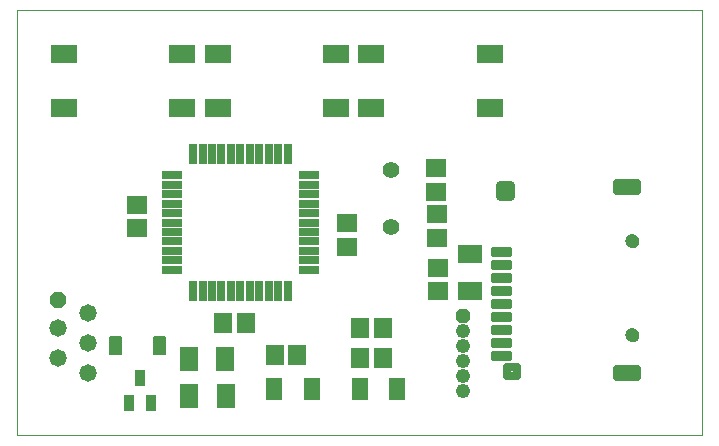
<source format=gts>
G75*
%MOIN*%
%OFA0B0*%
%FSLAX25Y25*%
%IPPOS*%
%LPD*%
%AMOC8*
5,1,8,0,0,1.08239X$1,22.5*
%
%ADD10C,0.00000*%
%ADD11R,0.05918X0.06706*%
%ADD12R,0.06706X0.02769*%
%ADD13R,0.02769X0.06706*%
%ADD14R,0.07099X0.05918*%
%ADD15OC8,0.04762*%
%ADD16C,0.04762*%
%ADD17C,0.00660*%
%ADD18R,0.05800X0.07800*%
%ADD19R,0.05918X0.07887*%
%ADD20OC8,0.05550*%
%ADD21C,0.05800*%
%ADD22C,0.05600*%
%ADD23R,0.06706X0.05918*%
%ADD24R,0.07887X0.05918*%
%ADD25R,0.09068X0.06312*%
%ADD26C,0.01778*%
%ADD27C,0.03156*%
%ADD28C,0.02762*%
%ADD29C,0.04737*%
%ADD30R,0.05918X0.07099*%
%ADD31R,0.03359X0.05721*%
D10*
X0001200Y0026800D02*
X0001200Y0168532D01*
X0229546Y0168532D01*
X0229546Y0026800D01*
X0001200Y0026800D01*
X0204349Y0060147D02*
X0204351Y0060235D01*
X0204357Y0060323D01*
X0204367Y0060411D01*
X0204381Y0060499D01*
X0204398Y0060585D01*
X0204420Y0060671D01*
X0204445Y0060755D01*
X0204475Y0060839D01*
X0204507Y0060921D01*
X0204544Y0061001D01*
X0204584Y0061080D01*
X0204628Y0061157D01*
X0204675Y0061232D01*
X0204725Y0061304D01*
X0204779Y0061375D01*
X0204835Y0061442D01*
X0204895Y0061508D01*
X0204957Y0061570D01*
X0205023Y0061630D01*
X0205090Y0061686D01*
X0205161Y0061740D01*
X0205233Y0061790D01*
X0205308Y0061837D01*
X0205385Y0061881D01*
X0205464Y0061921D01*
X0205544Y0061958D01*
X0205626Y0061990D01*
X0205710Y0062020D01*
X0205794Y0062045D01*
X0205880Y0062067D01*
X0205966Y0062084D01*
X0206054Y0062098D01*
X0206142Y0062108D01*
X0206230Y0062114D01*
X0206318Y0062116D01*
X0206406Y0062114D01*
X0206494Y0062108D01*
X0206582Y0062098D01*
X0206670Y0062084D01*
X0206756Y0062067D01*
X0206842Y0062045D01*
X0206926Y0062020D01*
X0207010Y0061990D01*
X0207092Y0061958D01*
X0207172Y0061921D01*
X0207251Y0061881D01*
X0207328Y0061837D01*
X0207403Y0061790D01*
X0207475Y0061740D01*
X0207546Y0061686D01*
X0207613Y0061630D01*
X0207679Y0061570D01*
X0207741Y0061508D01*
X0207801Y0061442D01*
X0207857Y0061375D01*
X0207911Y0061304D01*
X0207961Y0061232D01*
X0208008Y0061157D01*
X0208052Y0061080D01*
X0208092Y0061001D01*
X0208129Y0060921D01*
X0208161Y0060839D01*
X0208191Y0060755D01*
X0208216Y0060671D01*
X0208238Y0060585D01*
X0208255Y0060499D01*
X0208269Y0060411D01*
X0208279Y0060323D01*
X0208285Y0060235D01*
X0208287Y0060147D01*
X0208285Y0060059D01*
X0208279Y0059971D01*
X0208269Y0059883D01*
X0208255Y0059795D01*
X0208238Y0059709D01*
X0208216Y0059623D01*
X0208191Y0059539D01*
X0208161Y0059455D01*
X0208129Y0059373D01*
X0208092Y0059293D01*
X0208052Y0059214D01*
X0208008Y0059137D01*
X0207961Y0059062D01*
X0207911Y0058990D01*
X0207857Y0058919D01*
X0207801Y0058852D01*
X0207741Y0058786D01*
X0207679Y0058724D01*
X0207613Y0058664D01*
X0207546Y0058608D01*
X0207475Y0058554D01*
X0207403Y0058504D01*
X0207328Y0058457D01*
X0207251Y0058413D01*
X0207172Y0058373D01*
X0207092Y0058336D01*
X0207010Y0058304D01*
X0206926Y0058274D01*
X0206842Y0058249D01*
X0206756Y0058227D01*
X0206670Y0058210D01*
X0206582Y0058196D01*
X0206494Y0058186D01*
X0206406Y0058180D01*
X0206318Y0058178D01*
X0206230Y0058180D01*
X0206142Y0058186D01*
X0206054Y0058196D01*
X0205966Y0058210D01*
X0205880Y0058227D01*
X0205794Y0058249D01*
X0205710Y0058274D01*
X0205626Y0058304D01*
X0205544Y0058336D01*
X0205464Y0058373D01*
X0205385Y0058413D01*
X0205308Y0058457D01*
X0205233Y0058504D01*
X0205161Y0058554D01*
X0205090Y0058608D01*
X0205023Y0058664D01*
X0204957Y0058724D01*
X0204895Y0058786D01*
X0204835Y0058852D01*
X0204779Y0058919D01*
X0204725Y0058990D01*
X0204675Y0059062D01*
X0204628Y0059137D01*
X0204584Y0059214D01*
X0204544Y0059293D01*
X0204507Y0059373D01*
X0204475Y0059455D01*
X0204445Y0059539D01*
X0204420Y0059623D01*
X0204398Y0059709D01*
X0204381Y0059795D01*
X0204367Y0059883D01*
X0204357Y0059971D01*
X0204351Y0060059D01*
X0204349Y0060147D01*
X0204349Y0091564D02*
X0204351Y0091652D01*
X0204357Y0091740D01*
X0204367Y0091828D01*
X0204381Y0091916D01*
X0204398Y0092002D01*
X0204420Y0092088D01*
X0204445Y0092172D01*
X0204475Y0092256D01*
X0204507Y0092338D01*
X0204544Y0092418D01*
X0204584Y0092497D01*
X0204628Y0092574D01*
X0204675Y0092649D01*
X0204725Y0092721D01*
X0204779Y0092792D01*
X0204835Y0092859D01*
X0204895Y0092925D01*
X0204957Y0092987D01*
X0205023Y0093047D01*
X0205090Y0093103D01*
X0205161Y0093157D01*
X0205233Y0093207D01*
X0205308Y0093254D01*
X0205385Y0093298D01*
X0205464Y0093338D01*
X0205544Y0093375D01*
X0205626Y0093407D01*
X0205710Y0093437D01*
X0205794Y0093462D01*
X0205880Y0093484D01*
X0205966Y0093501D01*
X0206054Y0093515D01*
X0206142Y0093525D01*
X0206230Y0093531D01*
X0206318Y0093533D01*
X0206406Y0093531D01*
X0206494Y0093525D01*
X0206582Y0093515D01*
X0206670Y0093501D01*
X0206756Y0093484D01*
X0206842Y0093462D01*
X0206926Y0093437D01*
X0207010Y0093407D01*
X0207092Y0093375D01*
X0207172Y0093338D01*
X0207251Y0093298D01*
X0207328Y0093254D01*
X0207403Y0093207D01*
X0207475Y0093157D01*
X0207546Y0093103D01*
X0207613Y0093047D01*
X0207679Y0092987D01*
X0207741Y0092925D01*
X0207801Y0092859D01*
X0207857Y0092792D01*
X0207911Y0092721D01*
X0207961Y0092649D01*
X0208008Y0092574D01*
X0208052Y0092497D01*
X0208092Y0092418D01*
X0208129Y0092338D01*
X0208161Y0092256D01*
X0208191Y0092172D01*
X0208216Y0092088D01*
X0208238Y0092002D01*
X0208255Y0091916D01*
X0208269Y0091828D01*
X0208279Y0091740D01*
X0208285Y0091652D01*
X0208287Y0091564D01*
X0208285Y0091476D01*
X0208279Y0091388D01*
X0208269Y0091300D01*
X0208255Y0091212D01*
X0208238Y0091126D01*
X0208216Y0091040D01*
X0208191Y0090956D01*
X0208161Y0090872D01*
X0208129Y0090790D01*
X0208092Y0090710D01*
X0208052Y0090631D01*
X0208008Y0090554D01*
X0207961Y0090479D01*
X0207911Y0090407D01*
X0207857Y0090336D01*
X0207801Y0090269D01*
X0207741Y0090203D01*
X0207679Y0090141D01*
X0207613Y0090081D01*
X0207546Y0090025D01*
X0207475Y0089971D01*
X0207403Y0089921D01*
X0207328Y0089874D01*
X0207251Y0089830D01*
X0207172Y0089790D01*
X0207092Y0089753D01*
X0207010Y0089721D01*
X0206926Y0089691D01*
X0206842Y0089666D01*
X0206756Y0089644D01*
X0206670Y0089627D01*
X0206582Y0089613D01*
X0206494Y0089603D01*
X0206406Y0089597D01*
X0206318Y0089595D01*
X0206230Y0089597D01*
X0206142Y0089603D01*
X0206054Y0089613D01*
X0205966Y0089627D01*
X0205880Y0089644D01*
X0205794Y0089666D01*
X0205710Y0089691D01*
X0205626Y0089721D01*
X0205544Y0089753D01*
X0205464Y0089790D01*
X0205385Y0089830D01*
X0205308Y0089874D01*
X0205233Y0089921D01*
X0205161Y0089971D01*
X0205090Y0090025D01*
X0205023Y0090081D01*
X0204957Y0090141D01*
X0204895Y0090203D01*
X0204835Y0090269D01*
X0204779Y0090336D01*
X0204725Y0090407D01*
X0204675Y0090479D01*
X0204628Y0090554D01*
X0204584Y0090631D01*
X0204544Y0090710D01*
X0204507Y0090790D01*
X0204475Y0090872D01*
X0204445Y0090956D01*
X0204420Y0091040D01*
X0204398Y0091126D01*
X0204381Y0091212D01*
X0204367Y0091300D01*
X0204357Y0091388D01*
X0204351Y0091476D01*
X0204349Y0091564D01*
D11*
X0123078Y0062430D03*
X0115598Y0062430D03*
X0115609Y0052670D03*
X0123090Y0052670D03*
X0094602Y0053481D03*
X0087121Y0053481D03*
D12*
X0098424Y0081989D03*
X0098424Y0085139D03*
X0098424Y0088288D03*
X0098424Y0091438D03*
X0098424Y0094587D03*
X0098424Y0097737D03*
X0098424Y0100887D03*
X0098424Y0104036D03*
X0098424Y0107186D03*
X0098424Y0110336D03*
X0098424Y0113485D03*
X0052755Y0113485D03*
X0052755Y0110336D03*
X0052755Y0107186D03*
X0052755Y0104036D03*
X0052755Y0100887D03*
X0052755Y0097737D03*
X0052755Y0094587D03*
X0052755Y0091438D03*
X0052755Y0088288D03*
X0052755Y0085139D03*
X0052755Y0081989D03*
D13*
X0059842Y0074902D03*
X0062991Y0074902D03*
X0066141Y0074902D03*
X0069291Y0074902D03*
X0072440Y0074902D03*
X0075590Y0074902D03*
X0078739Y0074902D03*
X0081889Y0074902D03*
X0085039Y0074902D03*
X0088188Y0074902D03*
X0091338Y0074902D03*
X0091338Y0120572D03*
X0088188Y0120572D03*
X0085039Y0120572D03*
X0081889Y0120572D03*
X0078739Y0120572D03*
X0075590Y0120572D03*
X0072440Y0120572D03*
X0069291Y0120572D03*
X0066141Y0120572D03*
X0062991Y0120572D03*
X0059842Y0120572D03*
D14*
X0041200Y0103737D03*
X0041200Y0095863D03*
X0111259Y0097485D03*
X0111259Y0089611D03*
X0141125Y0092674D03*
X0141125Y0100548D03*
X0140980Y0107918D03*
X0140980Y0115792D03*
D15*
X0149948Y0066493D03*
D16*
X0149948Y0061493D03*
X0149948Y0056493D03*
X0149948Y0051493D03*
X0149948Y0046493D03*
X0149948Y0041493D03*
D17*
X0050629Y0059557D02*
X0046889Y0059557D01*
X0050629Y0059557D02*
X0050629Y0053917D01*
X0046889Y0053917D01*
X0046889Y0059557D01*
X0046889Y0054576D02*
X0050629Y0054576D01*
X0050629Y0055235D02*
X0046889Y0055235D01*
X0046889Y0055894D02*
X0050629Y0055894D01*
X0050629Y0056553D02*
X0046889Y0056553D01*
X0046889Y0057212D02*
X0050629Y0057212D01*
X0050629Y0057871D02*
X0046889Y0057871D01*
X0046889Y0058530D02*
X0050629Y0058530D01*
X0050629Y0059189D02*
X0046889Y0059189D01*
X0035794Y0059557D02*
X0032054Y0059557D01*
X0035794Y0059557D02*
X0035794Y0053917D01*
X0032054Y0053917D01*
X0032054Y0059557D01*
X0032054Y0054576D02*
X0035794Y0054576D01*
X0035794Y0055235D02*
X0032054Y0055235D01*
X0032054Y0055894D02*
X0035794Y0055894D01*
X0035794Y0056553D02*
X0032054Y0056553D01*
X0032054Y0057212D02*
X0035794Y0057212D01*
X0035794Y0057871D02*
X0032054Y0057871D01*
X0032054Y0058530D02*
X0035794Y0058530D01*
X0035794Y0059189D02*
X0032054Y0059189D01*
D18*
X0086973Y0042410D03*
X0099420Y0042410D03*
X0115418Y0042190D03*
X0127865Y0042190D03*
D19*
X0070908Y0040052D03*
X0058634Y0040052D03*
X0058323Y0052300D03*
X0070597Y0052300D03*
D20*
X0014850Y0071935D03*
D21*
X0024850Y0067560D03*
X0014850Y0062560D03*
X0024850Y0057560D03*
X0014850Y0052560D03*
X0024850Y0047560D03*
D22*
X0125767Y0096300D03*
X0125767Y0115300D03*
D23*
X0141511Y0082469D03*
X0141511Y0074989D03*
D24*
X0151995Y0075073D03*
X0151995Y0087347D03*
D25*
X0158680Y0136052D03*
X0158680Y0153769D03*
X0119310Y0153769D03*
X0107499Y0153769D03*
X0107499Y0136052D03*
X0119310Y0136052D03*
X0068129Y0136052D03*
X0056318Y0136052D03*
X0056318Y0153769D03*
X0068129Y0153769D03*
X0016948Y0153769D03*
X0016948Y0136052D03*
D26*
X0159957Y0088988D02*
X0165277Y0088988D01*
X0165277Y0087210D01*
X0159957Y0087210D01*
X0159957Y0088988D01*
X0159957Y0088987D02*
X0165277Y0088987D01*
X0165277Y0084658D02*
X0159957Y0084658D01*
X0165277Y0084658D02*
X0165277Y0082880D01*
X0159957Y0082880D01*
X0159957Y0084658D01*
X0159957Y0084657D02*
X0165277Y0084657D01*
X0165277Y0078549D02*
X0159957Y0078549D01*
X0159957Y0080327D01*
X0165277Y0080327D01*
X0165277Y0078549D01*
X0165277Y0080326D02*
X0159957Y0080326D01*
X0159957Y0075996D02*
X0165277Y0075996D01*
X0165277Y0074218D01*
X0159957Y0074218D01*
X0159957Y0075996D01*
X0159957Y0075995D02*
X0165277Y0075995D01*
X0165277Y0071665D02*
X0159957Y0071665D01*
X0165277Y0071665D02*
X0165277Y0069887D01*
X0159957Y0069887D01*
X0159957Y0071665D01*
X0159957Y0071664D02*
X0165277Y0071664D01*
X0165277Y0067335D02*
X0159957Y0067335D01*
X0165277Y0067335D02*
X0165277Y0065557D01*
X0159957Y0065557D01*
X0159957Y0067335D01*
X0159957Y0067334D02*
X0165277Y0067334D01*
X0165277Y0063004D02*
X0159957Y0063004D01*
X0165277Y0063004D02*
X0165277Y0061226D01*
X0159957Y0061226D01*
X0159957Y0063004D01*
X0159957Y0063003D02*
X0165277Y0063003D01*
X0165277Y0056895D02*
X0159957Y0056895D01*
X0159957Y0058673D01*
X0165277Y0058673D01*
X0165277Y0056895D01*
X0165277Y0058672D02*
X0159957Y0058672D01*
X0159859Y0054343D02*
X0165179Y0054343D01*
X0165179Y0052565D01*
X0159859Y0052565D01*
X0159859Y0054343D01*
X0159859Y0054342D02*
X0165179Y0054342D01*
D27*
X0165376Y0106463D02*
X0165376Y0110405D01*
X0165376Y0106463D02*
X0162220Y0106463D01*
X0162220Y0110405D01*
X0165376Y0110405D01*
X0165376Y0109618D02*
X0162220Y0109618D01*
D28*
X0207699Y0110996D02*
X0207699Y0108234D01*
X0201001Y0108234D01*
X0201001Y0110996D01*
X0207699Y0110996D01*
X0207699Y0110995D02*
X0201001Y0110995D01*
X0207699Y0049087D02*
X0207699Y0046325D01*
X0201001Y0046325D01*
X0201001Y0049087D01*
X0207699Y0049087D01*
X0207699Y0049086D02*
X0201001Y0049086D01*
X0167936Y0049480D02*
X0167936Y0046718D01*
X0164386Y0046718D01*
X0164386Y0049480D01*
X0167936Y0049480D01*
X0167936Y0049479D02*
X0164386Y0049479D01*
D29*
X0206318Y0060147D03*
X0206318Y0091564D03*
D30*
X0077637Y0064300D03*
X0069763Y0064300D03*
D31*
X0042200Y0045934D03*
X0038460Y0037666D03*
X0045940Y0037666D03*
M02*

</source>
